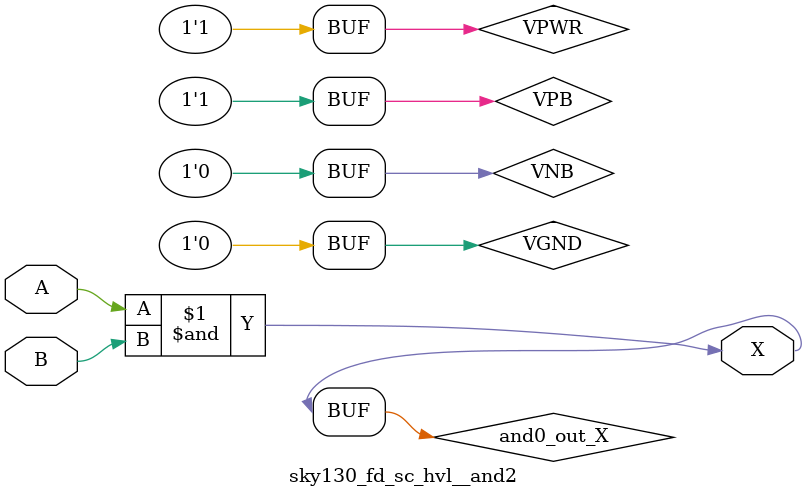
<source format=v>
/*
 * Copyright 2020 The SkyWater PDK Authors
 *
 * Licensed under the Apache License, Version 2.0 (the "License");
 * you may not use this file except in compliance with the License.
 * You may obtain a copy of the License at
 *
 *     https://www.apache.org/licenses/LICENSE-2.0
 *
 * Unless required by applicable law or agreed to in writing, software
 * distributed under the License is distributed on an "AS IS" BASIS,
 * WITHOUT WARRANTIES OR CONDITIONS OF ANY KIND, either express or implied.
 * See the License for the specific language governing permissions and
 * limitations under the License.
 *
 * SPDX-License-Identifier: Apache-2.0
*/


`ifndef SKY130_FD_SC_HVL__AND2_TIMING_V
`define SKY130_FD_SC_HVL__AND2_TIMING_V

/**
 * and2: 2-input AND.
 *
 * Verilog simulation timing model.
 */

`timescale 1ns / 1ps
`default_nettype none

`celldefine
module sky130_fd_sc_hvl__and2 (
    X,
    A,
    B
);

    // Module ports
    output X;
    input  A;
    input  B;

    // Module supplies
    supply1 VPWR;
    supply0 VGND;
    supply1 VPB ;
    supply0 VNB ;

    // Local signals
    wire and0_out_X;

    //  Name  Output      Other arguments
    and and0 (and0_out_X, A, B           );
    buf buf0 (X         , and0_out_X     );

endmodule
`endcelldefine

`default_nettype wire
`endif  // SKY130_FD_SC_HVL__AND2_TIMING_V

</source>
